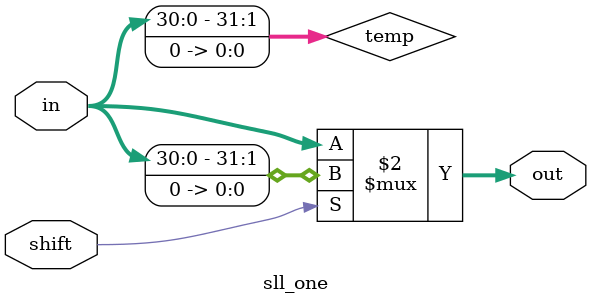
<source format=v>
module sll_one(in, shift, out);
input [31:0] in;
input shift;
output [31:0] out;
wire [31:0] temp;

assign temp[0] = 0;
assign temp[31:1] = in[30:0];

assign out = (shift == 1) ? temp : in;

endmodule
</source>
